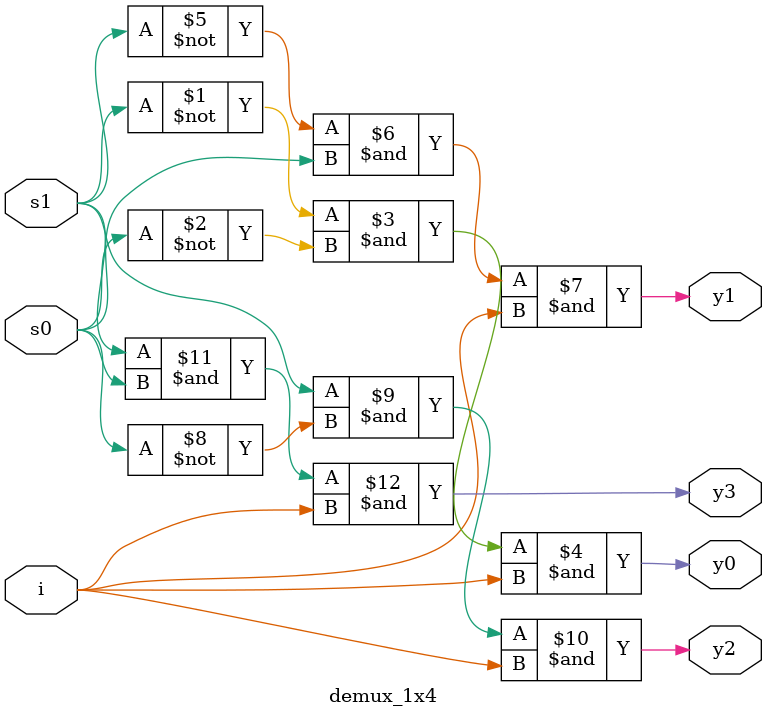
<source format=sv>
module demux_1x4 (y0,y1,y2,y3,s1,s0,i);
 output y0,y1,y2,y3;
  input s1,s0,i;
  
  assign y0 = ~s1 & ~s0 & i;
  assign y1 = ~s1 & s0 & i;
  assign y2 = s1 & ~s0 & i;
  assign y3 = s1 & s0 & i;
  
endmodule 

</source>
